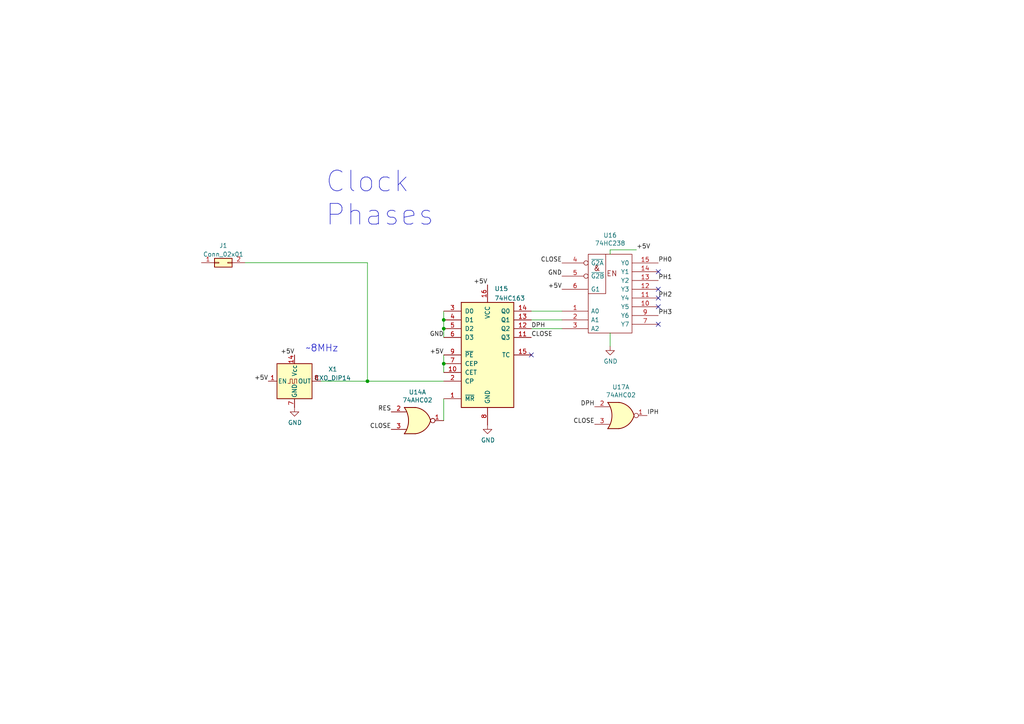
<source format=kicad_sch>
(kicad_sch (version 20231120) (generator "eeschema") (generator_version "8.0")
  (paper "A4")
  (lib_symbols
    (symbol "74xx:74LS02" (pin_names (offset 1.016))
      (property "Reference" "U" (at 0 1.27 0))
      (property "Value" "74LS02" (at 0 -1.27 0))
      (symbol "74LS02_1_1"
        (arc (start -3.81 -3.81) (mid -2.589 0) (end -3.81 3.81) (stroke (width 0.254)))
        (arc (start -0.6096 -3.81) (mid 2.1855 -2.584) (end 3.81 0) (stroke (width 0.254)) (fill (type background)))
        (polyline (pts (xy -3.81 -3.81) (xy -0.635 -3.81)) (stroke (width 0.254)) (fill (type background)))
        (polyline (pts (xy -3.81 3.81) (xy -0.635 3.81)) (stroke (width 0.254)) (fill (type background)))
        (polyline (pts (xy -0.635 3.81) (xy -3.81 3.81) (xy -3.81 3.81) (xy -3.556 3.4036) (xy -3.0226 2.2606) (xy -2.6924 1.0414) (xy -2.6162 -0.254) (xy -2.7686 -1.4986) (xy -3.175 -2.7178) (xy -3.81 -3.81) (xy -3.81 -3.81) (xy -0.635 -3.81)) (stroke (width -25.4)) (fill (type background)))
        (arc (start 3.81 0) (mid 2.1928 2.5925) (end -0.6096 3.81) (stroke (width 0.254)) (fill (type background)))
        (pin output inverted (at 7.62 0 180) (length 3.81) (name "~") (number "1"))
        (pin input line (at -7.62 2.54 0) (length 4.318) (name "~") (number "2"))
        (pin input line (at -7.62 -2.54 0) (length 4.318) (name "~") (number "3"))
      )
      (symbol "74LS02_1_2"
        (arc (start 0 -3.81) (mid 3.7934 0) (end 0 3.81) (stroke (width 0.254)) (fill (type background)))
        (polyline (pts (xy 0 3.81) (xy -3.81 3.81) (xy -3.81 -3.81) (xy 0 -3.81)) (stroke (width 0.254)) (fill (type background)))
        (pin output line (at 7.62 0 180) (length 3.81) (name "~") (number "1"))
        (pin input inverted (at -7.62 2.54 0) (length 3.81) (name "~") (number "2"))
        (pin input inverted (at -7.62 -2.54 0) (length 3.81) (name "~") (number "3"))
      )
      (symbol "74LS02_2_1"
        (arc (start -3.81 -3.81) (mid -2.589 0) (end -3.81 3.81) (stroke (width 0.254)))
        (arc (start -0.6096 -3.81) (mid 2.1855 -2.584) (end 3.81 0) (stroke (width 0.254)) (fill (type background)))
        (polyline (pts (xy -3.81 -3.81) (xy -0.635 -3.81)) (stroke (width 0.254)) (fill (type background)))
        (polyline (pts (xy -3.81 3.81) (xy -0.635 3.81)) (stroke (width 0.254)) (fill (type background)))
        (polyline (pts (xy -0.635 3.81) (xy -3.81 3.81) (xy -3.81 3.81) (xy -3.556 3.4036) (xy -3.0226 2.2606) (xy -2.6924 1.0414) (xy -2.6162 -0.254) (xy -2.7686 -1.4986) (xy -3.175 -2.7178) (xy -3.81 -3.81) (xy -3.81 -3.81) (xy -0.635 -3.81)) (stroke (width -25.4)) (fill (type background)))
        (arc (start 3.81 0) (mid 2.1928 2.5925) (end -0.6096 3.81) (stroke (width 0.254)) (fill (type background)))
        (pin output inverted (at 7.62 0 180) (length 3.81) (name "~") (number "4"))
        (pin input line (at -7.62 2.54 0) (length 4.318) (name "~") (number "5"))
        (pin input line (at -7.62 -2.54 0) (length 4.318) (name "~") (number "6"))
      )
      (symbol "74LS02_2_2"
        (arc (start 0 -3.81) (mid 3.7934 0) (end 0 3.81) (stroke (width 0.254)) (fill (type background)))
        (polyline (pts (xy 0 3.81) (xy -3.81 3.81) (xy -3.81 -3.81) (xy 0 -3.81)) (stroke (width 0.254)) (fill (type background)))
        (pin output line (at 7.62 0 180) (length 3.81) (name "~") (number "4"))
        (pin input inverted (at -7.62 2.54 0) (length 3.81) (name "~") (number "5"))
        (pin input inverted (at -7.62 -2.54 0) (length 3.81) (name "~") (number "6"))
      )
      (symbol "74LS02_3_1"
        (arc (start -3.81 -3.81) (mid -2.589 0) (end -3.81 3.81) (stroke (width 0.254)))
        (arc (start -0.6096 -3.81) (mid 2.1855 -2.584) (end 3.81 0) (stroke (width 0.254)) (fill (type background)))
        (polyline (pts (xy -3.81 -3.81) (xy -0.635 -3.81)) (stroke (width 0.254)) (fill (type background)))
        (polyline (pts (xy -3.81 3.81) (xy -0.635 3.81)) (stroke (width 0.254)) (fill (type background)))
        (polyline (pts (xy -0.635 3.81) (xy -3.81 3.81) (xy -3.81 3.81) (xy -3.556 3.4036) (xy -3.0226 2.2606) (xy -2.6924 1.0414) (xy -2.6162 -0.254) (xy -2.7686 -1.4986) (xy -3.175 -2.7178) (xy -3.81 -3.81) (xy -3.81 -3.81) (xy -0.635 -3.81)) (stroke (width -25.4)) (fill (type background)))
        (arc (start 3.81 0) (mid 2.1928 2.5925) (end -0.6096 3.81) (stroke (width 0.254)) (fill (type background)))
        (pin output inverted (at 7.62 0 180) (length 3.81) (name "~") (number "10"))
        (pin input line (at -7.62 2.54 0) (length 4.318) (name "~") (number "8"))
        (pin input line (at -7.62 -2.54 0) (length 4.318) (name "~") (number "9"))
      )
      (symbol "74LS02_3_2"
        (arc (start 0 -3.81) (mid 3.7934 0) (end 0 3.81) (stroke (width 0.254)) (fill (type background)))
        (polyline (pts (xy 0 3.81) (xy -3.81 3.81) (xy -3.81 -3.81) (xy 0 -3.81)) (stroke (width 0.254)) (fill (type background)))
        (pin output line (at 7.62 0 180) (length 3.81) (name "~") (number "10"))
        (pin input inverted (at -7.62 2.54 0) (length 3.81) (name "~") (number "8"))
        (pin input inverted (at -7.62 -2.54 0) (length 3.81) (name "~") (number "9"))
      )
      (symbol "74LS02_4_1"
        (arc (start -3.81 -3.81) (mid -2.589 0) (end -3.81 3.81) (stroke (width 0.254)))
        (arc (start -0.6096 -3.81) (mid 2.1855 -2.584) (end 3.81 0) (stroke (width 0.254)) (fill (type background)))
        (polyline (pts (xy -3.81 -3.81) (xy -0.635 -3.81)) (stroke (width 0.254)) (fill (type background)))
        (polyline (pts (xy -3.81 3.81) (xy -0.635 3.81)) (stroke (width 0.254)) (fill (type background)))
        (polyline (pts (xy -0.635 3.81) (xy -3.81 3.81) (xy -3.81 3.81) (xy -3.556 3.4036) (xy -3.0226 2.2606) (xy -2.6924 1.0414) (xy -2.6162 -0.254) (xy -2.7686 -1.4986) (xy -3.175 -2.7178) (xy -3.81 -3.81) (xy -3.81 -3.81) (xy -0.635 -3.81)) (stroke (width -25.4)) (fill (type background)))
        (arc (start 3.81 0) (mid 2.1928 2.5925) (end -0.6096 3.81) (stroke (width 0.254)) (fill (type background)))
        (pin input line (at -7.62 2.54 0) (length 4.318) (name "~") (number "11"))
        (pin input line (at -7.62 -2.54 0) (length 4.318) (name "~") (number "12"))
        (pin output inverted (at 7.62 0 180) (length 3.81) (name "~") (number "13"))
      )
      (symbol "74LS02_4_2"
        (arc (start 0 -3.81) (mid 3.7934 0) (end 0 3.81) (stroke (width 0.254)) (fill (type background)))
        (polyline (pts (xy 0 3.81) (xy -3.81 3.81) (xy -3.81 -3.81) (xy 0 -3.81)) (stroke (width 0.254)) (fill (type background)))
        (pin input inverted (at -7.62 2.54 0) (length 3.81) (name "~") (number "11"))
        (pin input inverted (at -7.62 -2.54 0) (length 3.81) (name "~") (number "12"))
        (pin output line (at 7.62 0 180) (length 3.81) (name "~") (number "13"))
      )
      (symbol "74LS02_5_0"
        (pin power_in line (at 0 12.7 270) (length 5.08) (name "VCC") (number "14"))
        (pin power_in line (at 0 -12.7 90) (length 5.08) (name "GND") (number "7"))
      )
      (symbol "74LS02_5_1"
        (rectangle (start -5.08 7.62) (end 5.08 -7.62) (stroke (width 0.254)) (fill (type background)))
      )
    )
    (symbol "74xx:74LS163" (pin_names (offset 1.016))
      (property "Reference" "U" (at -7.62 16.51 0))
      (property "Value" "74LS163" (at -7.62 -16.51 0))
      (symbol "74LS163_1_0"
        (pin input line (at -12.7 -12.7 0) (length 5.08) (name "~{MR}") (number "1"))
        (pin input line (at -12.7 -5.08 0) (length 5.08) (name "CET") (number "10"))
        (pin output line (at 12.7 5.08 180) (length 5.08) (name "Q3") (number "11"))
        (pin output line (at 12.7 7.62 180) (length 5.08) (name "Q2") (number "12"))
        (pin output line (at 12.7 10.16 180) (length 5.08) (name "Q1") (number "13"))
        (pin output line (at 12.7 12.7 180) (length 5.08) (name "Q0") (number "14"))
        (pin output line (at 12.7 0 180) (length 5.08) (name "TC") (number "15"))
        (pin power_in line (at 0 20.32 270) (length 5.08) (name "VCC") (number "16"))
        (pin input line (at -12.7 -7.62 0) (length 5.08) (name "CP") (number "2"))
        (pin input line (at -12.7 12.7 0) (length 5.08) (name "D0") (number "3"))
        (pin input line (at -12.7 10.16 0) (length 5.08) (name "D1") (number "4"))
        (pin input line (at -12.7 7.62 0) (length 5.08) (name "D2") (number "5"))
        (pin input line (at -12.7 5.08 0) (length 5.08) (name "D3") (number "6"))
        (pin input line (at -12.7 -2.54 0) (length 5.08) (name "CEP") (number "7"))
        (pin power_in line (at 0 -20.32 90) (length 5.08) (name "GND") (number "8"))
        (pin input line (at -12.7 0 0) (length 5.08) (name "~{PE}") (number "9"))
      )
      (symbol "74LS163_1_1"
        (rectangle (start -7.62 15.24) (end 7.62 -15.24) (stroke (width 0.254)) (fill (type background)))
      )
    )
    (symbol "74xx_IEEE:74HC238" (pin_names (offset 0.762))
      (property "Reference" "U" (at 3.81 8.89 0))
      (property "Value" "74HC238" (at 8.89 -16.51 0))
      (symbol "74HC238_0_0"
        (text "&" (at -3.81 3.556 0) (effects (font (size 1.524 1.524))))
        (text "EN" (at 0.508 2.032 0) (effects (font (size 1.524 1.524))))
        (pin power_in line (at 0 7.62 270) (length 0) hide (name "VCC") (number "16"))
      )
      (symbol "74HC238_0_1"
        (rectangle (start -6.35 7.62) (end 6.35 -15.24))
        (polyline (pts (xy -1.27 7.62) (xy -1.27 -3.81) (xy -6.35 -3.81) (xy -6.35 -3.81)))
      )
      (symbol "74HC238_1_1"
        (pin input line (at -13.97 -8.89 0) (length 7.62) (name "A0") (number "1"))
        (pin output line (at 13.97 -7.62 180) (length 7.62) (name "Y5") (number "10"))
        (pin output line (at 13.97 -5.08 180) (length 7.62) (name "Y4") (number "11"))
        (pin output line (at 13.97 -2.54 180) (length 7.62) (name "Y3") (number "12"))
        (pin output line (at 13.97 0 180) (length 7.62) (name "Y2") (number "13"))
        (pin output line (at 13.97 2.54 180) (length 7.62) (name "Y1") (number "14"))
        (pin output line (at 13.97 5.08 180) (length 7.62) (name "Y0") (number "15"))
        (pin input line (at -13.97 -11.43 0) (length 7.62) (name "A1") (number "2"))
        (pin input line (at -13.97 -13.97 0) (length 7.62) (name "A2") (number "3"))
        (pin input inverted (at -13.97 5.08 0) (length 7.62) (name "~{G2A}") (number "4"))
        (pin input inverted (at -13.97 1.27 0) (length 7.62) (name "~{G2B}") (number "5"))
        (pin input line (at -13.97 -2.54 0) (length 7.62) (name "G1") (number "6"))
        (pin output line (at 13.97 -12.7 180) (length 7.62) (name "Y7") (number "7"))
        (pin power_in line (at 0 -15.24 90) (length 0) hide (name "GND") (number "8"))
        (pin output line (at 13.97 -10.16 180) (length 7.62) (name "Y6") (number "9"))
      )
    )
    (symbol "Connector_Generic:Conn_02x01" (pin_names (offset 1.016) hide)
      (property "Reference" "J" (at 1.27 2.54 0))
      (property "Value" "Conn_02x01" (at 1.27 -2.54 0))
      (symbol "Conn_02x01_1_1"
        (rectangle (start -1.27 0.127) (end 0 -0.127) (stroke (width 0.1524)))
        (rectangle (start -1.27 1.27) (end 3.81 -1.27) (stroke (width 0.254)) (fill (type background)))
        (rectangle (start 3.81 0.127) (end 2.54 -0.127) (stroke (width 0.1524)))
        (pin passive line (at -5.08 0 0) (length 3.81) (name "Pin_1") (number "1"))
        (pin passive line (at 7.62 0 180) (length 3.81) (name "Pin_2") (number "2"))
      )
    )
    (symbol "Oscillator:CXO_DIP14" (pin_names (offset 0.254))
      (property "Reference" "X" (at -5.08 6.35 0))
      (property "Value" "CXO_DIP14" (at 1.27 -6.35 0))
      (symbol "CXO_DIP14_0_1"
        (rectangle (start -5.08 5.08) (end 5.08 -5.08) (stroke (width 0.254)) (fill (type background)))
        (polyline (pts (xy -1.905 -0.635) (xy -1.27 -0.635) (xy -1.27 0.635) (xy -0.635 0.635) (xy -0.635 -0.635) (xy 0 -0.635) (xy 0 0.635) (xy 0.635 0.635) (xy 0.635 -0.635)))
      )
      (symbol "CXO_DIP14_1_1"
        (pin input line (at -7.62 0 0) (length 2.54) (name "EN") (number "1"))
        (pin power_in line (at 0 7.62 270) (length 2.54) (name "Vcc") (number "14"))
        (pin power_in line (at 0 -7.62 90) (length 2.54) (name "GND") (number "7"))
        (pin output line (at 7.62 0 180) (length 2.54) (name "OUT") (number "8"))
      )
    )
    (symbol "power:GND" (power) (pin_names (offset 0))
      (property "Value" "GND" (at 0 -3.81 0))
      (symbol "GND_0_1"
        (polyline (pts (xy 0 0) (xy 0 -1.27) (xy 1.27 -1.27) (xy 0 -2.54) (xy -1.27 -1.27) (xy 0 -1.27)))
      )
      (symbol "GND_1_1"
        (pin power_in line (at 0 0 270) (length 0) hide (name "GND") (number "1"))
      )
    )
  )
  (junction (at 128.7018 92.7862))
  (junction (at 106.5784 110.5662))
  (junction (at 128.7018 105.4862))
  (junction (at 128.7018 95.3262))
  (no_connect (at 190.9318 88.9762))
  (no_connect (at 190.9318 94.0562))
  (no_connect (at 190.9318 83.8962))
  (no_connect (at 154.1018 102.9462))
  (no_connect (at 190.9318 78.8162))
  (no_connect (at 190.9318 86.4362))
  (wire (pts (xy 93.0402 110.5662) (xy 106.5784 110.5662)))
  (wire (pts (xy 176.9618 72.4662) (xy 184.5818 72.4662)))
  (wire (pts (xy 106.5784 76.2) (xy 106.5784 110.5662)))
  (wire (pts (xy 106.5784 110.5662) (xy 128.7018 110.5662)))
  (wire (pts (xy 128.7018 115.6462) (xy 128.7018 121.9962)))
  (wire (pts (xy 176.9618 72.4662) (xy 176.9618 73.7362)))
  (wire (pts (xy 128.7018 102.9462) (xy 128.7018 105.4862)))
  (wire (pts (xy 128.7018 95.3262) (xy 128.7018 97.8662)))
  (wire (pts (xy 128.7018 92.7862) (xy 128.7018 95.3262)))
  (wire (pts (xy 154.1018 92.7862) (xy 162.9918 92.7862)))
  (wire (pts (xy 128.7018 105.4862) (xy 128.7018 108.0262)))
  (wire (pts (xy 154.1018 95.3262) (xy 162.9918 95.3262)))
  (wire (pts (xy 176.9618 96.5962) (xy 176.9618 100.4062)))
  (wire (pts (xy 154.1018 90.2462) (xy 162.9918 90.2462)))
  (wire (pts (xy 71.12 76.2) (xy 106.5784 76.2)))
  (wire (pts (xy 128.7018 90.2462) (xy 128.7018 92.7862)))
  (text "Clock\nPhases" (at 94.234 65.9892 0) (effects (font (size 6 6)) (justify left bottom)))
  (text "~8MHz" (at 88.5952 102.3112 0) (effects (font (size 2.0066 2.0066)) (justify left bottom)))
  (label "PH1" (at 190.9318 81.3562 0))
  (label "CLOSE" (at 154.1018 97.8662 0))
  (label "+5V" (at 77.8002 110.5662 180))
  (label "CLOSE" (at 113.4618 124.5362 180))
  (label "PH0" (at 190.9318 76.2762 0))
  (label "RES" (at 113.4618 119.4562 180))
  (label "+5V" (at 141.4018 82.6262 180))
  (label "CLOSE" (at 172.466 123.063 180))
  (label "GND" (at 162.9918 80.0862 180))
  (label "PH2" (at 190.9318 86.4362 0))
  (label "+5V" (at 85.4202 102.9462 180))
  (label "PH3" (at 190.9318 91.5162 0))
  (label "CLOSE" (at 162.9918 76.2762 180))
  (label "+5V" (at 184.5818 72.4662 0))
  (label "DPH" (at 172.466 117.983 180))
  (label "IPH" (at 187.706 120.523 0))
  (label "+5V" (at 162.9918 83.8962 180))
  (label "GND" (at 128.7018 97.8662 180))
  (label "DPH" (at 154.1018 95.3262 0))
  (label "+5V" (at 128.7018 102.9462 180))
  (symbol (lib_id "74xx:74LS163") (at 141.4018 102.9462 0) (unit 1)
    (property "Reference" "U15" (at 143.4212 83.7397 0) (effects (justify left)))
    (property "Value" "74HC163" (at 143.4212 86.5148 0) (effects (justify left)))
    (property "Footprint" "Package_DIP:DIP-16_W7.62mm_Socket_LongPads" (effects (hide yes)))
    (property "Datasheet" "http://www.ti.com/lit/gpn/sn74LS163" (effects (hide yes)))
  )
  (symbol (lib_id "Oscillator:CXO_DIP14") (at 85.4202 110.5662 0) (unit 1)
    (property "Reference" "X1" (at 96.5123 107.1078 0))
    (property "Value" "CXO_DIP14" (at 96.5123 109.6447 0))
    (property "Footprint" "Oscillator:Oscillator_DIP-14" (effects (hide yes)))
    (property "Datasheet" "http://cdn-reichelt.de/documents/datenblatt/B400/OSZI.pdf" (effects (hide yes)))
  )
  (symbol (lib_id "74xx:74LS02") (at 180.086 120.523 0) (unit 1)
    (property "Reference" "U17" (at 180.086 112.268 0))
    (property "Value" "74AHC02" (at 180.086 114.5794 0))
    (property "Footprint" "Package_DIP:DIP-14_W7.62mm_Socket_LongPads" (effects (hide yes)))
    (property "Datasheet" "http://www.ti.com/lit/gpn/sn74ls02" (effects (hide yes)))
  )
  (symbol (lib_id "power:GND") (at 141.4018 123.2662 0) (unit 1)
    (property "Reference" "#PWR013" (effects (hide yes)))
    (property "Value" "GND" (at 141.5288 127.6604 0))
  )
  (symbol (lib_id "74xx_IEEE:74HC238") (at 176.9618 81.3562 0) (unit 1)
    (property "Reference" "U16" (at 176.9618 68.2498 0))
    (property "Value" "74HC238" (at 176.9618 70.5612 0))
    (property "Footprint" "Package_DIP:DIP-16_W7.62mm_Socket_LongPads" (effects (hide yes)))
  )
  (symbol (lib_id "power:GND") (at 176.9618 100.4062 0) (unit 1)
    (property "Reference" "#PWR014" (effects (hide yes)))
    (property "Value" "GND" (at 177.0888 104.8004 0))
  )
  (symbol (lib_id "74xx:74LS02") (at 121.0818 121.9962 0) (unit 1)
    (property "Reference" "U14" (at 121.0818 113.7412 0))
    (property "Value" "74AHC02" (at 121.0818 116.0526 0))
    (property "Footprint" "Package_DIP:DIP-14_W7.62mm_Socket_LongPads" (effects (hide yes)))
    (property "Datasheet" "http://www.ti.com/lit/gpn/sn74ls02" (effects (hide yes)))
  )
  (symbol (lib_id "Connector_Generic:Conn_02x01") (at 63.5 76.2 0) (unit 1)
    (property "Reference" "J1" (at 64.77 71.2302 0))
    (property "Value" "Conn_02x01" (at 64.77 73.7671 0))
    (property "Footprint" "Connector_PinHeader_2.54mm:PinHeader_2x01_P2.54mm_Vertical" (effects (hide yes)))
  )
  (symbol (lib_id "power:GND") (at 85.4202 118.1862 0) (unit 1)
    (property "Reference" "#PWR012" (effects (hide yes)))
    (property "Value" "GND" (at 85.5472 122.5804 0))
  )
)
</source>
